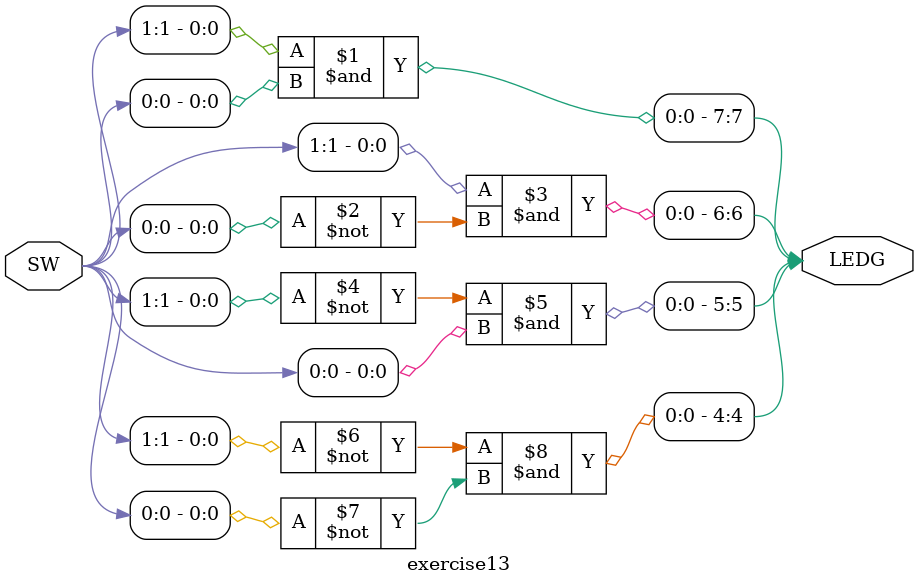
<source format=sv>
module exercise13(
		input logic [1:0] SW,
		output logic [7:4] LEDG
);

assign LEDG[7] = SW[1] & SW[0];
assign LEDG[6] = SW[1] & (~SW[0]);
assign LEDG[5] = (~SW[1]) & SW[0];
assign LEDG[4] = (~SW[1]) & (~SW[0]);
endmodule
		
</source>
